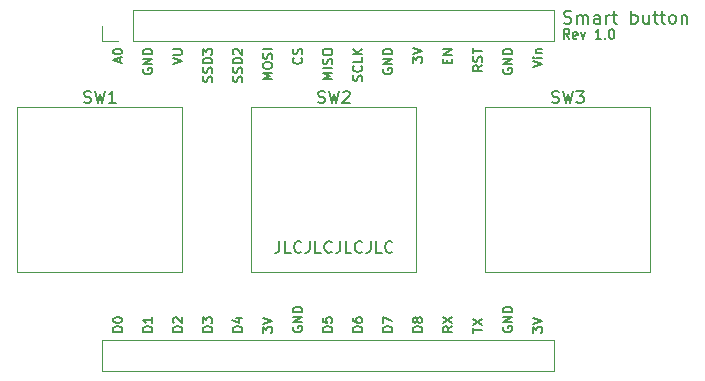
<source format=gto>
%TF.GenerationSoftware,KiCad,Pcbnew,(6.0.4-0)*%
%TF.CreationDate,2022-04-04T21:56:53+02:00*%
%TF.ProjectId,smart-button,736d6172-742d-4627-9574-746f6e2e6b69,rev?*%
%TF.SameCoordinates,Original*%
%TF.FileFunction,Legend,Top*%
%TF.FilePolarity,Positive*%
%FSLAX46Y46*%
G04 Gerber Fmt 4.6, Leading zero omitted, Abs format (unit mm)*
G04 Created by KiCad (PCBNEW (6.0.4-0)) date 2022-04-04 21:56:53*
%MOMM*%
%LPD*%
G01*
G04 APERTURE LIST*
%ADD10C,0.150000*%
%ADD11C,0.120000*%
%ADD12R,1.700000X1.700000*%
%ADD13O,1.700000X1.700000*%
%ADD14C,4.000000*%
%ADD15C,1.700000*%
%ADD16C,2.200000*%
G04 APERTURE END LIST*
D10*
X67633809Y-110172285D02*
X67671904Y-110057999D01*
X67671904Y-109867523D01*
X67633809Y-109791332D01*
X67595714Y-109753237D01*
X67519523Y-109715142D01*
X67443333Y-109715142D01*
X67367142Y-109753237D01*
X67329047Y-109791332D01*
X67290952Y-109867523D01*
X67252857Y-110019904D01*
X67214761Y-110096094D01*
X67176666Y-110134189D01*
X67100476Y-110172285D01*
X67024285Y-110172285D01*
X66948095Y-110134189D01*
X66910000Y-110096094D01*
X66871904Y-110019904D01*
X66871904Y-109829428D01*
X66910000Y-109715142D01*
X67633809Y-109410380D02*
X67671904Y-109296094D01*
X67671904Y-109105618D01*
X67633809Y-109029428D01*
X67595714Y-108991332D01*
X67519523Y-108953237D01*
X67443333Y-108953237D01*
X67367142Y-108991332D01*
X67329047Y-109029428D01*
X67290952Y-109105618D01*
X67252857Y-109257999D01*
X67214761Y-109334189D01*
X67176666Y-109372285D01*
X67100476Y-109410380D01*
X67024285Y-109410380D01*
X66948095Y-109372285D01*
X66910000Y-109334189D01*
X66871904Y-109257999D01*
X66871904Y-109067523D01*
X66910000Y-108953237D01*
X67671904Y-108610380D02*
X66871904Y-108610380D01*
X66871904Y-108419904D01*
X66910000Y-108305618D01*
X66986190Y-108229428D01*
X67062380Y-108191332D01*
X67214761Y-108153237D01*
X67329047Y-108153237D01*
X67481428Y-108191332D01*
X67557619Y-108229428D01*
X67633809Y-108305618D01*
X67671904Y-108419904D01*
X67671904Y-108610380D01*
X66948095Y-107848475D02*
X66910000Y-107810380D01*
X66871904Y-107734189D01*
X66871904Y-107543713D01*
X66910000Y-107467523D01*
X66948095Y-107429428D01*
X67024285Y-107391332D01*
X67100476Y-107391332D01*
X67214761Y-107429428D01*
X67671904Y-107886570D01*
X67671904Y-107391332D01*
X61791904Y-108686571D02*
X62591904Y-108419904D01*
X61791904Y-108153237D01*
X61791904Y-107886571D02*
X62439523Y-107886571D01*
X62515714Y-107848476D01*
X62553809Y-107810380D01*
X62591904Y-107734190D01*
X62591904Y-107581809D01*
X62553809Y-107505618D01*
X62515714Y-107467523D01*
X62439523Y-107429428D01*
X61791904Y-107429428D01*
X87191904Y-131444856D02*
X87191904Y-130987713D01*
X87991904Y-131216285D02*
X87191904Y-131216285D01*
X87191904Y-130797237D02*
X87991904Y-130263904D01*
X87191904Y-130263904D02*
X87991904Y-130797237D01*
X82111904Y-108572285D02*
X82111904Y-108077047D01*
X82416666Y-108343714D01*
X82416666Y-108229428D01*
X82454761Y-108153238D01*
X82492857Y-108115142D01*
X82569047Y-108077047D01*
X82759523Y-108077047D01*
X82835714Y-108115142D01*
X82873809Y-108153238D01*
X82911904Y-108229428D01*
X82911904Y-108458000D01*
X82873809Y-108534190D01*
X82835714Y-108572285D01*
X82111904Y-107848476D02*
X82911904Y-107581809D01*
X82111904Y-107315142D01*
X60051904Y-131330571D02*
X59251904Y-131330571D01*
X59251904Y-131140095D01*
X59290000Y-131025809D01*
X59366190Y-130949618D01*
X59442380Y-130911523D01*
X59594761Y-130873428D01*
X59709047Y-130873428D01*
X59861428Y-130911523D01*
X59937619Y-130949618D01*
X60013809Y-131025809D01*
X60051904Y-131140095D01*
X60051904Y-131330571D01*
X60051904Y-130111523D02*
X60051904Y-130568666D01*
X60051904Y-130340095D02*
X59251904Y-130340095D01*
X59366190Y-130416285D01*
X59442380Y-130492475D01*
X59480476Y-130568666D01*
X77831904Y-131330571D02*
X77031904Y-131330571D01*
X77031904Y-131140095D01*
X77070000Y-131025809D01*
X77146190Y-130949618D01*
X77222380Y-130911523D01*
X77374761Y-130873428D01*
X77489047Y-130873428D01*
X77641428Y-130911523D01*
X77717619Y-130949618D01*
X77793809Y-131025809D01*
X77831904Y-131140095D01*
X77831904Y-131330571D01*
X77031904Y-130187714D02*
X77031904Y-130340095D01*
X77070000Y-130416285D01*
X77108095Y-130454380D01*
X77222380Y-130530571D01*
X77374761Y-130568666D01*
X77679523Y-130568666D01*
X77755714Y-130530571D01*
X77793809Y-130492475D01*
X77831904Y-130416285D01*
X77831904Y-130263904D01*
X77793809Y-130187714D01*
X77755714Y-130149618D01*
X77679523Y-130111523D01*
X77489047Y-130111523D01*
X77412857Y-130149618D01*
X77374761Y-130187714D01*
X77336666Y-130263904D01*
X77336666Y-130416285D01*
X77374761Y-130492475D01*
X77412857Y-130530571D01*
X77489047Y-130568666D01*
X65093809Y-110172285D02*
X65131904Y-110057999D01*
X65131904Y-109867523D01*
X65093809Y-109791332D01*
X65055714Y-109753237D01*
X64979523Y-109715142D01*
X64903333Y-109715142D01*
X64827142Y-109753237D01*
X64789047Y-109791332D01*
X64750952Y-109867523D01*
X64712857Y-110019904D01*
X64674761Y-110096094D01*
X64636666Y-110134189D01*
X64560476Y-110172285D01*
X64484285Y-110172285D01*
X64408095Y-110134189D01*
X64370000Y-110096094D01*
X64331904Y-110019904D01*
X64331904Y-109829428D01*
X64370000Y-109715142D01*
X65093809Y-109410380D02*
X65131904Y-109296094D01*
X65131904Y-109105618D01*
X65093809Y-109029428D01*
X65055714Y-108991332D01*
X64979523Y-108953237D01*
X64903333Y-108953237D01*
X64827142Y-108991332D01*
X64789047Y-109029428D01*
X64750952Y-109105618D01*
X64712857Y-109257999D01*
X64674761Y-109334189D01*
X64636666Y-109372285D01*
X64560476Y-109410380D01*
X64484285Y-109410380D01*
X64408095Y-109372285D01*
X64370000Y-109334189D01*
X64331904Y-109257999D01*
X64331904Y-109067523D01*
X64370000Y-108953237D01*
X65131904Y-108610380D02*
X64331904Y-108610380D01*
X64331904Y-108419904D01*
X64370000Y-108305618D01*
X64446190Y-108229428D01*
X64522380Y-108191332D01*
X64674761Y-108153237D01*
X64789047Y-108153237D01*
X64941428Y-108191332D01*
X65017619Y-108229428D01*
X65093809Y-108305618D01*
X65131904Y-108419904D01*
X65131904Y-108610380D01*
X64331904Y-107886570D02*
X64331904Y-107391332D01*
X64636666Y-107657999D01*
X64636666Y-107543713D01*
X64674761Y-107467523D01*
X64712857Y-107429428D01*
X64789047Y-107391332D01*
X64979523Y-107391332D01*
X65055714Y-107429428D01*
X65093809Y-107467523D01*
X65131904Y-107543713D01*
X65131904Y-107772285D01*
X65093809Y-107848475D01*
X65055714Y-107886570D01*
X87991904Y-108762762D02*
X87610952Y-109029428D01*
X87991904Y-109219905D02*
X87191904Y-109219905D01*
X87191904Y-108915143D01*
X87230000Y-108838952D01*
X87268095Y-108800857D01*
X87344285Y-108762762D01*
X87458571Y-108762762D01*
X87534761Y-108800857D01*
X87572857Y-108838952D01*
X87610952Y-108915143D01*
X87610952Y-109219905D01*
X87953809Y-108458000D02*
X87991904Y-108343714D01*
X87991904Y-108153238D01*
X87953809Y-108077047D01*
X87915714Y-108038952D01*
X87839523Y-108000857D01*
X87763333Y-108000857D01*
X87687142Y-108038952D01*
X87649047Y-108077047D01*
X87610952Y-108153238D01*
X87572857Y-108305619D01*
X87534761Y-108381809D01*
X87496666Y-108419905D01*
X87420476Y-108458000D01*
X87344285Y-108458000D01*
X87268095Y-108419905D01*
X87230000Y-108381809D01*
X87191904Y-108305619D01*
X87191904Y-108115143D01*
X87230000Y-108000857D01*
X87191904Y-107772286D02*
X87191904Y-107315143D01*
X87991904Y-107543714D02*
X87191904Y-107543714D01*
X94907904Y-105193238D02*
X95065047Y-105245619D01*
X95326952Y-105245619D01*
X95431714Y-105193238D01*
X95484095Y-105140857D01*
X95536476Y-105036095D01*
X95536476Y-104931333D01*
X95484095Y-104826571D01*
X95431714Y-104774190D01*
X95326952Y-104721809D01*
X95117428Y-104669428D01*
X95012666Y-104617047D01*
X94960285Y-104564666D01*
X94907904Y-104459904D01*
X94907904Y-104355142D01*
X94960285Y-104250380D01*
X95012666Y-104198000D01*
X95117428Y-104145619D01*
X95379333Y-104145619D01*
X95536476Y-104198000D01*
X96007904Y-105245619D02*
X96007904Y-104512285D01*
X96007904Y-104617047D02*
X96060285Y-104564666D01*
X96165047Y-104512285D01*
X96322190Y-104512285D01*
X96426952Y-104564666D01*
X96479333Y-104669428D01*
X96479333Y-105245619D01*
X96479333Y-104669428D02*
X96531714Y-104564666D01*
X96636476Y-104512285D01*
X96793619Y-104512285D01*
X96898380Y-104564666D01*
X96950761Y-104669428D01*
X96950761Y-105245619D01*
X97946000Y-105245619D02*
X97946000Y-104669428D01*
X97893619Y-104564666D01*
X97788857Y-104512285D01*
X97579333Y-104512285D01*
X97474571Y-104564666D01*
X97946000Y-105193238D02*
X97841238Y-105245619D01*
X97579333Y-105245619D01*
X97474571Y-105193238D01*
X97422190Y-105088476D01*
X97422190Y-104983714D01*
X97474571Y-104878952D01*
X97579333Y-104826571D01*
X97841238Y-104826571D01*
X97946000Y-104774190D01*
X98469809Y-105245619D02*
X98469809Y-104512285D01*
X98469809Y-104721809D02*
X98522190Y-104617047D01*
X98574571Y-104564666D01*
X98679333Y-104512285D01*
X98784095Y-104512285D01*
X98993619Y-104512285D02*
X99412666Y-104512285D01*
X99150761Y-104145619D02*
X99150761Y-105088476D01*
X99203142Y-105193238D01*
X99307904Y-105245619D01*
X99412666Y-105245619D01*
X100617428Y-105245619D02*
X100617428Y-104145619D01*
X100617428Y-104564666D02*
X100722190Y-104512285D01*
X100931714Y-104512285D01*
X101036476Y-104564666D01*
X101088857Y-104617047D01*
X101141238Y-104721809D01*
X101141238Y-105036095D01*
X101088857Y-105140857D01*
X101036476Y-105193238D01*
X100931714Y-105245619D01*
X100722190Y-105245619D01*
X100617428Y-105193238D01*
X102084095Y-104512285D02*
X102084095Y-105245619D01*
X101612666Y-104512285D02*
X101612666Y-105088476D01*
X101665047Y-105193238D01*
X101769809Y-105245619D01*
X101926952Y-105245619D01*
X102031714Y-105193238D01*
X102084095Y-105140857D01*
X102450761Y-104512285D02*
X102869809Y-104512285D01*
X102607904Y-104145619D02*
X102607904Y-105088476D01*
X102660285Y-105193238D01*
X102765047Y-105245619D01*
X102869809Y-105245619D01*
X103079333Y-104512285D02*
X103498380Y-104512285D01*
X103236476Y-104145619D02*
X103236476Y-105088476D01*
X103288857Y-105193238D01*
X103393619Y-105245619D01*
X103498380Y-105245619D01*
X104022190Y-105245619D02*
X103917428Y-105193238D01*
X103865047Y-105140857D01*
X103812666Y-105036095D01*
X103812666Y-104721809D01*
X103865047Y-104617047D01*
X103917428Y-104564666D01*
X104022190Y-104512285D01*
X104179333Y-104512285D01*
X104284095Y-104564666D01*
X104336476Y-104617047D01*
X104388857Y-104721809D01*
X104388857Y-105036095D01*
X104336476Y-105140857D01*
X104284095Y-105193238D01*
X104179333Y-105245619D01*
X104022190Y-105245619D01*
X104860285Y-104512285D02*
X104860285Y-105245619D01*
X104860285Y-104617047D02*
X104912666Y-104564666D01*
X105017428Y-104512285D01*
X105174571Y-104512285D01*
X105279333Y-104564666D01*
X105331714Y-104669428D01*
X105331714Y-105245619D01*
X69411904Y-131406761D02*
X69411904Y-130911523D01*
X69716666Y-131178190D01*
X69716666Y-131063904D01*
X69754761Y-130987714D01*
X69792857Y-130949618D01*
X69869047Y-130911523D01*
X70059523Y-130911523D01*
X70135714Y-130949618D01*
X70173809Y-130987714D01*
X70211904Y-131063904D01*
X70211904Y-131292476D01*
X70173809Y-131368666D01*
X70135714Y-131406761D01*
X69411904Y-130682952D02*
X70211904Y-130416285D01*
X69411904Y-130149618D01*
X95370857Y-106533904D02*
X95104190Y-106152952D01*
X94913714Y-106533904D02*
X94913714Y-105733904D01*
X95218476Y-105733904D01*
X95294666Y-105772000D01*
X95332761Y-105810095D01*
X95370857Y-105886285D01*
X95370857Y-106000571D01*
X95332761Y-106076761D01*
X95294666Y-106114857D01*
X95218476Y-106152952D01*
X94913714Y-106152952D01*
X96018476Y-106495809D02*
X95942285Y-106533904D01*
X95789904Y-106533904D01*
X95713714Y-106495809D01*
X95675619Y-106419619D01*
X95675619Y-106114857D01*
X95713714Y-106038666D01*
X95789904Y-106000571D01*
X95942285Y-106000571D01*
X96018476Y-106038666D01*
X96056571Y-106114857D01*
X96056571Y-106191047D01*
X95675619Y-106267238D01*
X96323238Y-106000571D02*
X96513714Y-106533904D01*
X96704190Y-106000571D01*
X98037523Y-106533904D02*
X97580380Y-106533904D01*
X97808952Y-106533904D02*
X97808952Y-105733904D01*
X97732761Y-105848190D01*
X97656571Y-105924380D01*
X97580380Y-105962476D01*
X98380380Y-106457714D02*
X98418476Y-106495809D01*
X98380380Y-106533904D01*
X98342285Y-106495809D01*
X98380380Y-106457714D01*
X98380380Y-106533904D01*
X98913714Y-105733904D02*
X98989904Y-105733904D01*
X99066095Y-105772000D01*
X99104190Y-105810095D01*
X99142285Y-105886285D01*
X99180380Y-106038666D01*
X99180380Y-106229142D01*
X99142285Y-106381523D01*
X99104190Y-106457714D01*
X99066095Y-106495809D01*
X98989904Y-106533904D01*
X98913714Y-106533904D01*
X98837523Y-106495809D01*
X98799428Y-106457714D01*
X98761333Y-106381523D01*
X98723238Y-106229142D01*
X98723238Y-106038666D01*
X98761333Y-105886285D01*
X98799428Y-105810095D01*
X98837523Y-105772000D01*
X98913714Y-105733904D01*
X59290000Y-109067523D02*
X59251904Y-109143714D01*
X59251904Y-109258000D01*
X59290000Y-109372285D01*
X59366190Y-109448476D01*
X59442380Y-109486571D01*
X59594761Y-109524666D01*
X59709047Y-109524666D01*
X59861428Y-109486571D01*
X59937619Y-109448476D01*
X60013809Y-109372285D01*
X60051904Y-109258000D01*
X60051904Y-109181809D01*
X60013809Y-109067523D01*
X59975714Y-109029428D01*
X59709047Y-109029428D01*
X59709047Y-109181809D01*
X60051904Y-108686571D02*
X59251904Y-108686571D01*
X60051904Y-108229428D01*
X59251904Y-108229428D01*
X60051904Y-107848476D02*
X59251904Y-107848476D01*
X59251904Y-107658000D01*
X59290000Y-107543714D01*
X59366190Y-107467523D01*
X59442380Y-107429428D01*
X59594761Y-107391333D01*
X59709047Y-107391333D01*
X59861428Y-107429428D01*
X59937619Y-107467523D01*
X60013809Y-107543714D01*
X60051904Y-107658000D01*
X60051904Y-107848476D01*
X89770000Y-130911523D02*
X89731904Y-130987714D01*
X89731904Y-131102000D01*
X89770000Y-131216285D01*
X89846190Y-131292476D01*
X89922380Y-131330571D01*
X90074761Y-131368666D01*
X90189047Y-131368666D01*
X90341428Y-131330571D01*
X90417619Y-131292476D01*
X90493809Y-131216285D01*
X90531904Y-131102000D01*
X90531904Y-131025809D01*
X90493809Y-130911523D01*
X90455714Y-130873428D01*
X90189047Y-130873428D01*
X90189047Y-131025809D01*
X90531904Y-130530571D02*
X89731904Y-130530571D01*
X90531904Y-130073428D01*
X89731904Y-130073428D01*
X90531904Y-129692476D02*
X89731904Y-129692476D01*
X89731904Y-129502000D01*
X89770000Y-129387714D01*
X89846190Y-129311523D01*
X89922380Y-129273428D01*
X90074761Y-129235333D01*
X90189047Y-129235333D01*
X90341428Y-129273428D01*
X90417619Y-129311523D01*
X90493809Y-129387714D01*
X90531904Y-129502000D01*
X90531904Y-129692476D01*
X62591904Y-131330571D02*
X61791904Y-131330571D01*
X61791904Y-131140095D01*
X61830000Y-131025809D01*
X61906190Y-130949618D01*
X61982380Y-130911523D01*
X62134761Y-130873428D01*
X62249047Y-130873428D01*
X62401428Y-130911523D01*
X62477619Y-130949618D01*
X62553809Y-131025809D01*
X62591904Y-131140095D01*
X62591904Y-131330571D01*
X61868095Y-130568666D02*
X61830000Y-130530571D01*
X61791904Y-130454380D01*
X61791904Y-130263904D01*
X61830000Y-130187714D01*
X61868095Y-130149618D01*
X61944285Y-130111523D01*
X62020476Y-130111523D01*
X62134761Y-130149618D01*
X62591904Y-130606761D01*
X62591904Y-130111523D01*
X89770000Y-109067523D02*
X89731904Y-109143714D01*
X89731904Y-109258000D01*
X89770000Y-109372285D01*
X89846190Y-109448476D01*
X89922380Y-109486571D01*
X90074761Y-109524666D01*
X90189047Y-109524666D01*
X90341428Y-109486571D01*
X90417619Y-109448476D01*
X90493809Y-109372285D01*
X90531904Y-109258000D01*
X90531904Y-109181809D01*
X90493809Y-109067523D01*
X90455714Y-109029428D01*
X90189047Y-109029428D01*
X90189047Y-109181809D01*
X90531904Y-108686571D02*
X89731904Y-108686571D01*
X90531904Y-108229428D01*
X89731904Y-108229428D01*
X90531904Y-107848476D02*
X89731904Y-107848476D01*
X89731904Y-107658000D01*
X89770000Y-107543714D01*
X89846190Y-107467523D01*
X89922380Y-107429428D01*
X90074761Y-107391333D01*
X90189047Y-107391333D01*
X90341428Y-107429428D01*
X90417619Y-107467523D01*
X90493809Y-107543714D01*
X90531904Y-107658000D01*
X90531904Y-107848476D01*
X85032857Y-108610381D02*
X85032857Y-108343714D01*
X85451904Y-108229428D02*
X85451904Y-108610381D01*
X84651904Y-108610381D01*
X84651904Y-108229428D01*
X85451904Y-107886571D02*
X84651904Y-107886571D01*
X85451904Y-107429428D01*
X84651904Y-107429428D01*
X57283333Y-108534190D02*
X57283333Y-108153238D01*
X57511904Y-108610381D02*
X56711904Y-108343714D01*
X57511904Y-108077047D01*
X56711904Y-107658000D02*
X56711904Y-107581809D01*
X56750000Y-107505619D01*
X56788095Y-107467523D01*
X56864285Y-107429428D01*
X57016666Y-107391333D01*
X57207142Y-107391333D01*
X57359523Y-107429428D01*
X57435714Y-107467523D01*
X57473809Y-107505619D01*
X57511904Y-107581809D01*
X57511904Y-107658000D01*
X57473809Y-107734190D01*
X57435714Y-107772285D01*
X57359523Y-107810381D01*
X57207142Y-107848476D01*
X57016666Y-107848476D01*
X56864285Y-107810381D01*
X56788095Y-107772285D01*
X56750000Y-107734190D01*
X56711904Y-107658000D01*
X77793809Y-110096094D02*
X77831904Y-109981809D01*
X77831904Y-109791333D01*
X77793809Y-109715142D01*
X77755714Y-109677047D01*
X77679523Y-109638952D01*
X77603333Y-109638952D01*
X77527142Y-109677047D01*
X77489047Y-109715142D01*
X77450952Y-109791333D01*
X77412857Y-109943714D01*
X77374761Y-110019904D01*
X77336666Y-110057999D01*
X77260476Y-110096094D01*
X77184285Y-110096094D01*
X77108095Y-110057999D01*
X77070000Y-110019904D01*
X77031904Y-109943714D01*
X77031904Y-109753237D01*
X77070000Y-109638952D01*
X77755714Y-108838952D02*
X77793809Y-108877047D01*
X77831904Y-108991333D01*
X77831904Y-109067523D01*
X77793809Y-109181809D01*
X77717619Y-109257999D01*
X77641428Y-109296094D01*
X77489047Y-109334190D01*
X77374761Y-109334190D01*
X77222380Y-109296094D01*
X77146190Y-109257999D01*
X77070000Y-109181809D01*
X77031904Y-109067523D01*
X77031904Y-108991333D01*
X77070000Y-108877047D01*
X77108095Y-108838952D01*
X77831904Y-108115142D02*
X77831904Y-108496094D01*
X77031904Y-108496094D01*
X77831904Y-107848475D02*
X77031904Y-107848475D01*
X77831904Y-107391333D02*
X77374761Y-107734190D01*
X77031904Y-107391333D02*
X77489047Y-107848475D01*
X82911904Y-131330571D02*
X82111904Y-131330571D01*
X82111904Y-131140095D01*
X82150000Y-131025809D01*
X82226190Y-130949618D01*
X82302380Y-130911523D01*
X82454761Y-130873428D01*
X82569047Y-130873428D01*
X82721428Y-130911523D01*
X82797619Y-130949618D01*
X82873809Y-131025809D01*
X82911904Y-131140095D01*
X82911904Y-131330571D01*
X82454761Y-130416285D02*
X82416666Y-130492475D01*
X82378571Y-130530571D01*
X82302380Y-130568666D01*
X82264285Y-130568666D01*
X82188095Y-130530571D01*
X82150000Y-130492475D01*
X82111904Y-130416285D01*
X82111904Y-130263904D01*
X82150000Y-130187714D01*
X82188095Y-130149618D01*
X82264285Y-130111523D01*
X82302380Y-130111523D01*
X82378571Y-130149618D01*
X82416666Y-130187714D01*
X82454761Y-130263904D01*
X82454761Y-130416285D01*
X82492857Y-130492475D01*
X82530952Y-130530571D01*
X82607142Y-130568666D01*
X82759523Y-130568666D01*
X82835714Y-130530571D01*
X82873809Y-130492475D01*
X82911904Y-130416285D01*
X82911904Y-130263904D01*
X82873809Y-130187714D01*
X82835714Y-130149618D01*
X82759523Y-130111523D01*
X82607142Y-130111523D01*
X82530952Y-130149618D01*
X82492857Y-130187714D01*
X82454761Y-130263904D01*
X70818952Y-123658380D02*
X70818952Y-124372666D01*
X70771333Y-124515523D01*
X70676095Y-124610761D01*
X70533238Y-124658380D01*
X70438000Y-124658380D01*
X71771333Y-124658380D02*
X71295142Y-124658380D01*
X71295142Y-123658380D01*
X72676095Y-124563142D02*
X72628476Y-124610761D01*
X72485619Y-124658380D01*
X72390380Y-124658380D01*
X72247523Y-124610761D01*
X72152285Y-124515523D01*
X72104666Y-124420285D01*
X72057047Y-124229809D01*
X72057047Y-124086952D01*
X72104666Y-123896476D01*
X72152285Y-123801238D01*
X72247523Y-123706000D01*
X72390380Y-123658380D01*
X72485619Y-123658380D01*
X72628476Y-123706000D01*
X72676095Y-123753619D01*
X73390380Y-123658380D02*
X73390380Y-124372666D01*
X73342761Y-124515523D01*
X73247523Y-124610761D01*
X73104666Y-124658380D01*
X73009428Y-124658380D01*
X74342761Y-124658380D02*
X73866571Y-124658380D01*
X73866571Y-123658380D01*
X75247523Y-124563142D02*
X75199904Y-124610761D01*
X75057047Y-124658380D01*
X74961809Y-124658380D01*
X74818952Y-124610761D01*
X74723714Y-124515523D01*
X74676095Y-124420285D01*
X74628476Y-124229809D01*
X74628476Y-124086952D01*
X74676095Y-123896476D01*
X74723714Y-123801238D01*
X74818952Y-123706000D01*
X74961809Y-123658380D01*
X75057047Y-123658380D01*
X75199904Y-123706000D01*
X75247523Y-123753619D01*
X75961809Y-123658380D02*
X75961809Y-124372666D01*
X75914190Y-124515523D01*
X75818952Y-124610761D01*
X75676095Y-124658380D01*
X75580857Y-124658380D01*
X76914190Y-124658380D02*
X76438000Y-124658380D01*
X76438000Y-123658380D01*
X77818952Y-124563142D02*
X77771333Y-124610761D01*
X77628476Y-124658380D01*
X77533238Y-124658380D01*
X77390380Y-124610761D01*
X77295142Y-124515523D01*
X77247523Y-124420285D01*
X77199904Y-124229809D01*
X77199904Y-124086952D01*
X77247523Y-123896476D01*
X77295142Y-123801238D01*
X77390380Y-123706000D01*
X77533238Y-123658380D01*
X77628476Y-123658380D01*
X77771333Y-123706000D01*
X77818952Y-123753619D01*
X78533238Y-123658380D02*
X78533238Y-124372666D01*
X78485619Y-124515523D01*
X78390380Y-124610761D01*
X78247523Y-124658380D01*
X78152285Y-124658380D01*
X79485619Y-124658380D02*
X79009428Y-124658380D01*
X79009428Y-123658380D01*
X80390380Y-124563142D02*
X80342761Y-124610761D01*
X80199904Y-124658380D01*
X80104666Y-124658380D01*
X79961809Y-124610761D01*
X79866571Y-124515523D01*
X79818952Y-124420285D01*
X79771333Y-124229809D01*
X79771333Y-124086952D01*
X79818952Y-123896476D01*
X79866571Y-123801238D01*
X79961809Y-123706000D01*
X80104666Y-123658380D01*
X80199904Y-123658380D01*
X80342761Y-123706000D01*
X80390380Y-123753619D01*
X65131904Y-131330571D02*
X64331904Y-131330571D01*
X64331904Y-131140095D01*
X64370000Y-131025809D01*
X64446190Y-130949618D01*
X64522380Y-130911523D01*
X64674761Y-130873428D01*
X64789047Y-130873428D01*
X64941428Y-130911523D01*
X65017619Y-130949618D01*
X65093809Y-131025809D01*
X65131904Y-131140095D01*
X65131904Y-131330571D01*
X64331904Y-130606761D02*
X64331904Y-130111523D01*
X64636666Y-130378190D01*
X64636666Y-130263904D01*
X64674761Y-130187714D01*
X64712857Y-130149618D01*
X64789047Y-130111523D01*
X64979523Y-130111523D01*
X65055714Y-130149618D01*
X65093809Y-130187714D01*
X65131904Y-130263904D01*
X65131904Y-130492475D01*
X65093809Y-130568666D01*
X65055714Y-130606761D01*
X57511904Y-131330571D02*
X56711904Y-131330571D01*
X56711904Y-131140095D01*
X56750000Y-131025809D01*
X56826190Y-130949618D01*
X56902380Y-130911523D01*
X57054761Y-130873428D01*
X57169047Y-130873428D01*
X57321428Y-130911523D01*
X57397619Y-130949618D01*
X57473809Y-131025809D01*
X57511904Y-131140095D01*
X57511904Y-131330571D01*
X56711904Y-130378190D02*
X56711904Y-130301999D01*
X56750000Y-130225809D01*
X56788095Y-130187714D01*
X56864285Y-130149618D01*
X57016666Y-130111523D01*
X57207142Y-130111523D01*
X57359523Y-130149618D01*
X57435714Y-130187714D01*
X57473809Y-130225809D01*
X57511904Y-130301999D01*
X57511904Y-130378190D01*
X57473809Y-130454380D01*
X57435714Y-130492475D01*
X57359523Y-130530571D01*
X57207142Y-130568666D01*
X57016666Y-130568666D01*
X56864285Y-130530571D01*
X56788095Y-130492475D01*
X56750000Y-130454380D01*
X56711904Y-130378190D01*
X79610000Y-109067523D02*
X79571904Y-109143714D01*
X79571904Y-109258000D01*
X79610000Y-109372285D01*
X79686190Y-109448476D01*
X79762380Y-109486571D01*
X79914761Y-109524666D01*
X80029047Y-109524666D01*
X80181428Y-109486571D01*
X80257619Y-109448476D01*
X80333809Y-109372285D01*
X80371904Y-109258000D01*
X80371904Y-109181809D01*
X80333809Y-109067523D01*
X80295714Y-109029428D01*
X80029047Y-109029428D01*
X80029047Y-109181809D01*
X80371904Y-108686571D02*
X79571904Y-108686571D01*
X80371904Y-108229428D01*
X79571904Y-108229428D01*
X80371904Y-107848476D02*
X79571904Y-107848476D01*
X79571904Y-107658000D01*
X79610000Y-107543714D01*
X79686190Y-107467523D01*
X79762380Y-107429428D01*
X79914761Y-107391333D01*
X80029047Y-107391333D01*
X80181428Y-107429428D01*
X80257619Y-107467523D01*
X80333809Y-107543714D01*
X80371904Y-107658000D01*
X80371904Y-107848476D01*
X67671904Y-131330571D02*
X66871904Y-131330571D01*
X66871904Y-131140095D01*
X66910000Y-131025809D01*
X66986190Y-130949618D01*
X67062380Y-130911523D01*
X67214761Y-130873428D01*
X67329047Y-130873428D01*
X67481428Y-130911523D01*
X67557619Y-130949618D01*
X67633809Y-131025809D01*
X67671904Y-131140095D01*
X67671904Y-131330571D01*
X67138571Y-130187714D02*
X67671904Y-130187714D01*
X66833809Y-130378190D02*
X67405238Y-130568666D01*
X67405238Y-130073428D01*
X92271904Y-131406761D02*
X92271904Y-130911523D01*
X92576666Y-131178190D01*
X92576666Y-131063904D01*
X92614761Y-130987714D01*
X92652857Y-130949618D01*
X92729047Y-130911523D01*
X92919523Y-130911523D01*
X92995714Y-130949618D01*
X93033809Y-130987714D01*
X93071904Y-131063904D01*
X93071904Y-131292476D01*
X93033809Y-131368666D01*
X92995714Y-131406761D01*
X92271904Y-130682952D02*
X93071904Y-130416285D01*
X92271904Y-130149618D01*
X85451904Y-130873428D02*
X85070952Y-131140095D01*
X85451904Y-131330571D02*
X84651904Y-131330571D01*
X84651904Y-131025809D01*
X84690000Y-130949618D01*
X84728095Y-130911523D01*
X84804285Y-130873428D01*
X84918571Y-130873428D01*
X84994761Y-130911523D01*
X85032857Y-130949618D01*
X85070952Y-131025809D01*
X85070952Y-131330571D01*
X84651904Y-130606761D02*
X85451904Y-130073428D01*
X84651904Y-130073428D02*
X85451904Y-130606761D01*
X92271904Y-108953237D02*
X93071904Y-108686570D01*
X92271904Y-108419904D01*
X93071904Y-108153237D02*
X92538571Y-108153237D01*
X92271904Y-108153237D02*
X92310000Y-108191332D01*
X92348095Y-108153237D01*
X92310000Y-108115142D01*
X92271904Y-108153237D01*
X92348095Y-108153237D01*
X92538571Y-107772285D02*
X93071904Y-107772285D01*
X92614761Y-107772285D02*
X92576666Y-107734190D01*
X92538571Y-107657999D01*
X92538571Y-107543713D01*
X92576666Y-107467523D01*
X92652857Y-107429428D01*
X93071904Y-107429428D01*
X75291904Y-109943713D02*
X74491904Y-109943713D01*
X75063333Y-109677047D01*
X74491904Y-109410380D01*
X75291904Y-109410380D01*
X75291904Y-109029428D02*
X74491904Y-109029428D01*
X75253809Y-108686571D02*
X75291904Y-108572285D01*
X75291904Y-108381809D01*
X75253809Y-108305618D01*
X75215714Y-108267523D01*
X75139523Y-108229428D01*
X75063333Y-108229428D01*
X74987142Y-108267523D01*
X74949047Y-108305618D01*
X74910952Y-108381809D01*
X74872857Y-108534190D01*
X74834761Y-108610380D01*
X74796666Y-108648475D01*
X74720476Y-108686571D01*
X74644285Y-108686571D01*
X74568095Y-108648475D01*
X74530000Y-108610380D01*
X74491904Y-108534190D01*
X74491904Y-108343713D01*
X74530000Y-108229428D01*
X74491904Y-107734190D02*
X74491904Y-107581809D01*
X74530000Y-107505618D01*
X74606190Y-107429428D01*
X74758571Y-107391332D01*
X75025238Y-107391332D01*
X75177619Y-107429428D01*
X75253809Y-107505618D01*
X75291904Y-107581809D01*
X75291904Y-107734190D01*
X75253809Y-107810380D01*
X75177619Y-107886571D01*
X75025238Y-107924666D01*
X74758571Y-107924666D01*
X74606190Y-107886571D01*
X74530000Y-107810380D01*
X74491904Y-107734190D01*
X80371904Y-131330571D02*
X79571904Y-131330571D01*
X79571904Y-131140095D01*
X79610000Y-131025809D01*
X79686190Y-130949618D01*
X79762380Y-130911523D01*
X79914761Y-130873428D01*
X80029047Y-130873428D01*
X80181428Y-130911523D01*
X80257619Y-130949618D01*
X80333809Y-131025809D01*
X80371904Y-131140095D01*
X80371904Y-131330571D01*
X79571904Y-130606761D02*
X79571904Y-130073428D01*
X80371904Y-130416285D01*
X75291904Y-131330571D02*
X74491904Y-131330571D01*
X74491904Y-131140095D01*
X74530000Y-131025809D01*
X74606190Y-130949618D01*
X74682380Y-130911523D01*
X74834761Y-130873428D01*
X74949047Y-130873428D01*
X75101428Y-130911523D01*
X75177619Y-130949618D01*
X75253809Y-131025809D01*
X75291904Y-131140095D01*
X75291904Y-131330571D01*
X74491904Y-130149618D02*
X74491904Y-130530571D01*
X74872857Y-130568666D01*
X74834761Y-130530571D01*
X74796666Y-130454380D01*
X74796666Y-130263904D01*
X74834761Y-130187714D01*
X74872857Y-130149618D01*
X74949047Y-130111523D01*
X75139523Y-130111523D01*
X75215714Y-130149618D01*
X75253809Y-130187714D01*
X75291904Y-130263904D01*
X75291904Y-130454380D01*
X75253809Y-130530571D01*
X75215714Y-130568666D01*
X72675714Y-108153238D02*
X72713809Y-108191333D01*
X72751904Y-108305619D01*
X72751904Y-108381809D01*
X72713809Y-108496095D01*
X72637619Y-108572285D01*
X72561428Y-108610381D01*
X72409047Y-108648476D01*
X72294761Y-108648476D01*
X72142380Y-108610381D01*
X72066190Y-108572285D01*
X71990000Y-108496095D01*
X71951904Y-108381809D01*
X71951904Y-108305619D01*
X71990000Y-108191333D01*
X72028095Y-108153238D01*
X72713809Y-107848476D02*
X72751904Y-107734190D01*
X72751904Y-107543714D01*
X72713809Y-107467524D01*
X72675714Y-107429428D01*
X72599523Y-107391333D01*
X72523333Y-107391333D01*
X72447142Y-107429428D01*
X72409047Y-107467524D01*
X72370952Y-107543714D01*
X72332857Y-107696095D01*
X72294761Y-107772285D01*
X72256666Y-107810381D01*
X72180476Y-107848476D01*
X72104285Y-107848476D01*
X72028095Y-107810381D01*
X71990000Y-107772285D01*
X71951904Y-107696095D01*
X71951904Y-107505619D01*
X71990000Y-107391333D01*
X70211904Y-109943713D02*
X69411904Y-109943713D01*
X69983333Y-109677047D01*
X69411904Y-109410380D01*
X70211904Y-109410380D01*
X69411904Y-108877047D02*
X69411904Y-108724666D01*
X69450000Y-108648475D01*
X69526190Y-108572285D01*
X69678571Y-108534190D01*
X69945238Y-108534190D01*
X70097619Y-108572285D01*
X70173809Y-108648475D01*
X70211904Y-108724666D01*
X70211904Y-108877047D01*
X70173809Y-108953237D01*
X70097619Y-109029428D01*
X69945238Y-109067523D01*
X69678571Y-109067523D01*
X69526190Y-109029428D01*
X69450000Y-108953237D01*
X69411904Y-108877047D01*
X70173809Y-108229428D02*
X70211904Y-108115142D01*
X70211904Y-107924666D01*
X70173809Y-107848475D01*
X70135714Y-107810380D01*
X70059523Y-107772285D01*
X69983333Y-107772285D01*
X69907142Y-107810380D01*
X69869047Y-107848475D01*
X69830952Y-107924666D01*
X69792857Y-108077047D01*
X69754761Y-108153237D01*
X69716666Y-108191332D01*
X69640476Y-108229428D01*
X69564285Y-108229428D01*
X69488095Y-108191332D01*
X69450000Y-108153237D01*
X69411904Y-108077047D01*
X69411904Y-107886571D01*
X69450000Y-107772285D01*
X70211904Y-107429428D02*
X69411904Y-107429428D01*
X71990000Y-130911523D02*
X71951904Y-130987714D01*
X71951904Y-131102000D01*
X71990000Y-131216285D01*
X72066190Y-131292476D01*
X72142380Y-131330571D01*
X72294761Y-131368666D01*
X72409047Y-131368666D01*
X72561428Y-131330571D01*
X72637619Y-131292476D01*
X72713809Y-131216285D01*
X72751904Y-131102000D01*
X72751904Y-131025809D01*
X72713809Y-130911523D01*
X72675714Y-130873428D01*
X72409047Y-130873428D01*
X72409047Y-131025809D01*
X72751904Y-130530571D02*
X71951904Y-130530571D01*
X72751904Y-130073428D01*
X71951904Y-130073428D01*
X72751904Y-129692476D02*
X71951904Y-129692476D01*
X71951904Y-129502000D01*
X71990000Y-129387714D01*
X72066190Y-129311523D01*
X72142380Y-129273428D01*
X72294761Y-129235333D01*
X72409047Y-129235333D01*
X72561428Y-129273428D01*
X72637619Y-129311523D01*
X72713809Y-129387714D01*
X72751904Y-129502000D01*
X72751904Y-129692476D01*
X54292666Y-111910761D02*
X54435523Y-111958380D01*
X54673619Y-111958380D01*
X54768857Y-111910761D01*
X54816476Y-111863142D01*
X54864095Y-111767904D01*
X54864095Y-111672666D01*
X54816476Y-111577428D01*
X54768857Y-111529809D01*
X54673619Y-111482190D01*
X54483142Y-111434571D01*
X54387904Y-111386952D01*
X54340285Y-111339333D01*
X54292666Y-111244095D01*
X54292666Y-111148857D01*
X54340285Y-111053619D01*
X54387904Y-111006000D01*
X54483142Y-110958380D01*
X54721238Y-110958380D01*
X54864095Y-111006000D01*
X55197428Y-110958380D02*
X55435523Y-111958380D01*
X55626000Y-111244095D01*
X55816476Y-111958380D01*
X56054571Y-110958380D01*
X56959333Y-111958380D02*
X56387904Y-111958380D01*
X56673619Y-111958380D02*
X56673619Y-110958380D01*
X56578380Y-111101238D01*
X56483142Y-111196476D01*
X56387904Y-111244095D01*
X93916666Y-111910761D02*
X94059523Y-111958380D01*
X94297619Y-111958380D01*
X94392857Y-111910761D01*
X94440476Y-111863142D01*
X94488095Y-111767904D01*
X94488095Y-111672666D01*
X94440476Y-111577428D01*
X94392857Y-111529809D01*
X94297619Y-111482190D01*
X94107142Y-111434571D01*
X94011904Y-111386952D01*
X93964285Y-111339333D01*
X93916666Y-111244095D01*
X93916666Y-111148857D01*
X93964285Y-111053619D01*
X94011904Y-111006000D01*
X94107142Y-110958380D01*
X94345238Y-110958380D01*
X94488095Y-111006000D01*
X94821428Y-110958380D02*
X95059523Y-111958380D01*
X95250000Y-111244095D01*
X95440476Y-111958380D01*
X95678571Y-110958380D01*
X95964285Y-110958380D02*
X96583333Y-110958380D01*
X96250000Y-111339333D01*
X96392857Y-111339333D01*
X96488095Y-111386952D01*
X96535714Y-111434571D01*
X96583333Y-111529809D01*
X96583333Y-111767904D01*
X96535714Y-111863142D01*
X96488095Y-111910761D01*
X96392857Y-111958380D01*
X96107142Y-111958380D01*
X96011904Y-111910761D01*
X95964285Y-111863142D01*
X74104666Y-111910761D02*
X74247523Y-111958380D01*
X74485619Y-111958380D01*
X74580857Y-111910761D01*
X74628476Y-111863142D01*
X74676095Y-111767904D01*
X74676095Y-111672666D01*
X74628476Y-111577428D01*
X74580857Y-111529809D01*
X74485619Y-111482190D01*
X74295142Y-111434571D01*
X74199904Y-111386952D01*
X74152285Y-111339333D01*
X74104666Y-111244095D01*
X74104666Y-111148857D01*
X74152285Y-111053619D01*
X74199904Y-111006000D01*
X74295142Y-110958380D01*
X74533238Y-110958380D01*
X74676095Y-111006000D01*
X75009428Y-110958380D02*
X75247523Y-111958380D01*
X75438000Y-111244095D01*
X75628476Y-111958380D01*
X75866571Y-110958380D01*
X76199904Y-111053619D02*
X76247523Y-111006000D01*
X76342761Y-110958380D01*
X76580857Y-110958380D01*
X76676095Y-111006000D01*
X76723714Y-111053619D01*
X76771333Y-111148857D01*
X76771333Y-111244095D01*
X76723714Y-111386952D01*
X76152285Y-111958380D01*
X76771333Y-111958380D01*
D11*
X58420000Y-104080000D02*
X94040000Y-104080000D01*
X58420000Y-106740000D02*
X58420000Y-104080000D01*
X57150000Y-106740000D02*
X55820000Y-106740000D01*
X55820000Y-106740000D02*
X55820000Y-105410000D01*
X58420000Y-106740000D02*
X94040000Y-106740000D01*
X94040000Y-106740000D02*
X94040000Y-104080000D01*
X62611000Y-112341000D02*
X62611000Y-126311000D01*
X48641000Y-112341000D02*
X62611000Y-112341000D01*
X48641000Y-126311000D02*
X48641000Y-112341000D01*
X62611000Y-126311000D02*
X48641000Y-126311000D01*
X88265000Y-126311000D02*
X88265000Y-112341000D01*
X88265000Y-112341000D02*
X102235000Y-112341000D01*
X102235000Y-112341000D02*
X102235000Y-126311000D01*
X102235000Y-126311000D02*
X88265000Y-126311000D01*
X55825000Y-132020000D02*
X94045000Y-132020000D01*
X94045000Y-134680000D02*
X94045000Y-132020000D01*
X55825000Y-134680000D02*
X55825000Y-133350000D01*
X58425000Y-134680000D02*
X55825000Y-134680000D01*
X58425000Y-134680000D02*
X94045000Y-134680000D01*
X55825000Y-134680000D02*
X55825000Y-132020000D01*
X68453000Y-112341000D02*
X82423000Y-112341000D01*
X68453000Y-126311000D02*
X68453000Y-112341000D01*
X82423000Y-112341000D02*
X82423000Y-126311000D01*
X82423000Y-126311000D02*
X68453000Y-126311000D01*
%LPC*%
D12*
X57150000Y-105410000D03*
D13*
X59690000Y-105410000D03*
X62230000Y-105410000D03*
X64770000Y-105410000D03*
X67310000Y-105410000D03*
X69850000Y-105410000D03*
X72390000Y-105410000D03*
X74930000Y-105410000D03*
X77470000Y-105410000D03*
X80010000Y-105410000D03*
X82550000Y-105410000D03*
X85090000Y-105410000D03*
X87630000Y-105410000D03*
X90170000Y-105410000D03*
X92710000Y-105410000D03*
D14*
X55626000Y-119326000D03*
D15*
X50546000Y-119326000D03*
X60706000Y-119326000D03*
D16*
X58166000Y-114246000D03*
X51816000Y-116786000D03*
D15*
X100330000Y-119326000D03*
D14*
X95250000Y-119326000D03*
D15*
X90170000Y-119326000D03*
D16*
X97790000Y-114246000D03*
X91440000Y-116786000D03*
D15*
X57155000Y-133350000D03*
D13*
X59695000Y-133350000D03*
X62235000Y-133350000D03*
X64775000Y-133350000D03*
X67315000Y-133350000D03*
X69855000Y-133350000D03*
X72395000Y-133350000D03*
X74935000Y-133350000D03*
X77475000Y-133350000D03*
X80015000Y-133350000D03*
X82555000Y-133350000D03*
X85095000Y-133350000D03*
X87635000Y-133350000D03*
X90175000Y-133350000D03*
X92715000Y-133350000D03*
D15*
X70358000Y-119326000D03*
X80518000Y-119326000D03*
D14*
X75438000Y-119326000D03*
D16*
X77978000Y-114246000D03*
X71628000Y-116786000D03*
M02*

</source>
